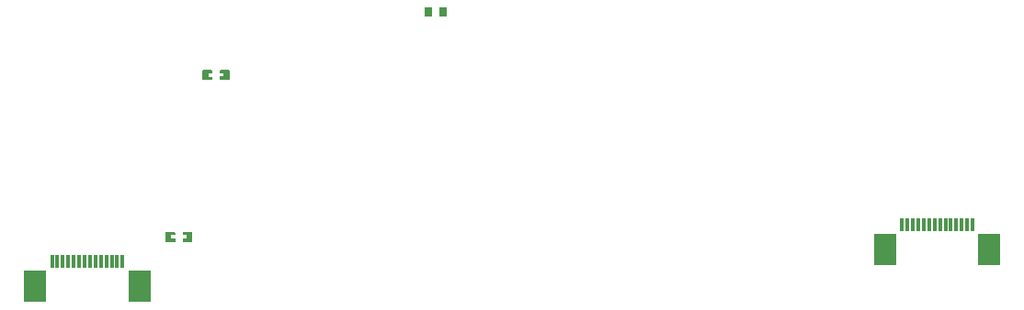
<source format=gtp>
G04 Layer: TopPasteMaskLayer*
G04 EasyEDA Pro v2.2.40.8, 2025-09-20 19:13:23*
G04 Gerber Generator version 0.3*
G04 Scale: 100 percent, Rotated: No, Reflected: No*
G04 Dimensions in millimeters*
G04 Leading zeros omitted, absolute positions, 4 integers and 5 decimals*
G04 Generated by one-click*
%FSLAX45Y45*%
%MOMM*%
%ADD10R,0.8X0.9*%
%ADD11R,2.0X2.99999*%
%ADD12R,0.3X1.25001*%
%ADD13C,0.6763*%
G75*


G04 PolygonModel Start*
G36*
G01X1611025Y-2025472D02*
G01X1531026Y-2025472D01*
G01X1526024Y-2030473D01*
G01X1526024Y-2053270D01*
G01X1563025Y-2053270D01*
G01X1563025Y-2086270D01*
G01X1526024Y-2086270D01*
G01X1526024Y-2110473D01*
G01X1531026Y-2115472D01*
G01X1611025Y-2115472D01*
G01X1616024Y-2110473D01*
G01X1616024Y-2030473D01*
G01X1611025Y-2025472D01*
G37*
G36*
G01X1372022Y-2115469D02*
G01X1452021Y-2115469D01*
G01X1457023Y-2110468D01*
G01X1457023Y-2087672D01*
G01X1420023Y-2087672D01*
G01X1420023Y-2054672D01*
G01X1457023Y-2054672D01*
G01X1457023Y-2030468D01*
G01X1452021Y-2025470D01*
G01X1372022Y-2025470D01*
G01X1367023Y-2030468D01*
G01X1367023Y-2110468D01*
G01X1372022Y-2115469D01*
G37*
G36*
G01X1953283Y-528681D02*
G01X1873283Y-528681D01*
G01X1868282Y-533682D01*
G01X1868282Y-556478D01*
G01X1905282Y-556478D01*
G01X1905282Y-589478D01*
G01X1868282Y-589478D01*
G01X1868282Y-613682D01*
G01X1873283Y-618680D01*
G01X1953283Y-618680D01*
G01X1958282Y-613682D01*
G01X1958282Y-533682D01*
G01X1953283Y-528681D01*
G37*
G36*
G01X1714279Y-618678D02*
G01X1794279Y-618678D01*
G01X1799280Y-613677D01*
G01X1799280Y-590880D01*
G01X1762280Y-590880D01*
G01X1762280Y-557881D01*
G01X1799280Y-557881D01*
G01X1799280Y-533677D01*
G01X1794279Y-528678D01*
G01X1714279Y-528678D01*
G01X1709280Y-533677D01*
G01X1709280Y-613677D01*
G01X1714279Y-618678D01*
G37*

G04 Pad Start*
G54D10*
G01X3787999Y6330D03*
G01X3928003Y6330D03*
G54D11*
G01X1126696Y-2526561D03*
G54D12*
G01X322710Y-2294049D03*
G01X372697Y-2294049D03*
G01X422709Y-2294049D03*
G01X472697Y-2294049D03*
G01X522709Y-2294049D03*
G01X572696Y-2294049D03*
G01X622709Y-2294049D03*
G01X672696Y-2294049D03*
G01X722709Y-2294049D03*
G01X772696Y-2294049D03*
G01X822709Y-2294049D03*
G01X872696Y-2294049D03*
G01X922708Y-2294049D03*
G01X972696Y-2294049D03*
G54D11*
G01X168709Y-2526561D03*
G01X8955992Y-2186727D03*
G54D12*
G01X8152006Y-1954215D03*
G01X8201993Y-1954215D03*
G01X8252005Y-1954215D03*
G01X8301993Y-1954215D03*
G01X8352005Y-1954215D03*
G01X8401992Y-1954215D03*
G01X8452005Y-1954215D03*
G01X8501992Y-1954215D03*
G01X8552005Y-1954215D03*
G01X8601992Y-1954215D03*
G01X8652005Y-1954215D03*
G01X8701992Y-1954215D03*
G01X8752004Y-1954215D03*
G01X8801992Y-1954215D03*
G54D11*
G01X7998005Y-2186727D03*
G04 Pad End*

M02*


</source>
